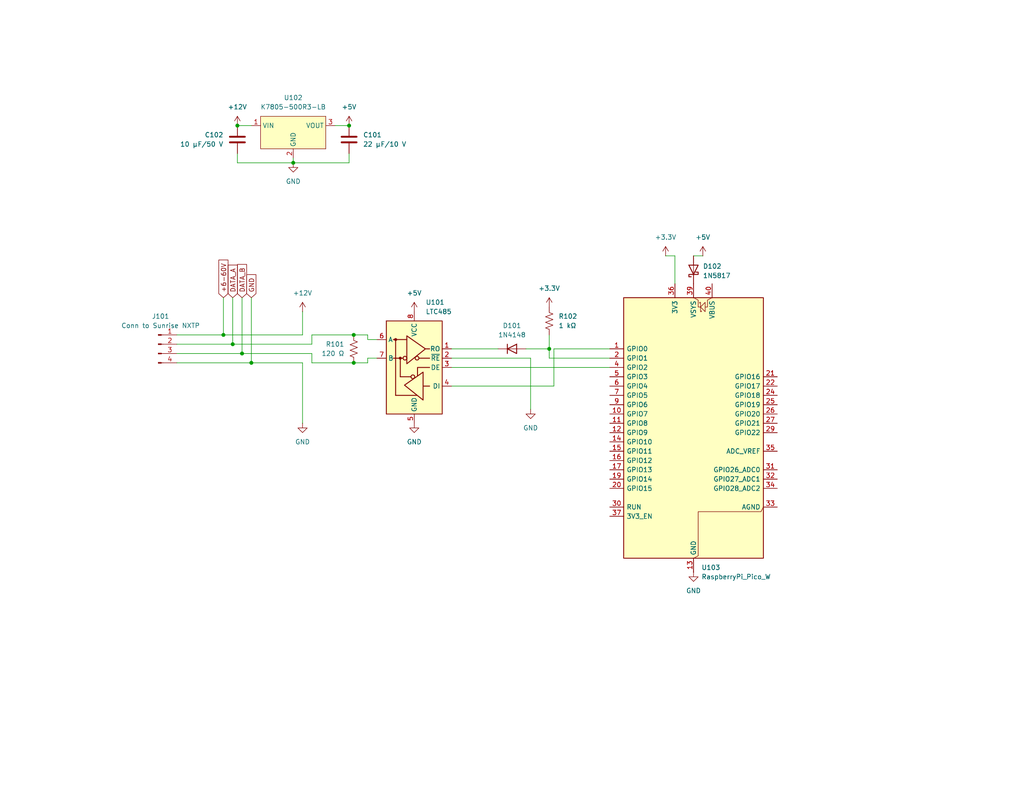
<source format=kicad_sch>
(kicad_sch (version 20250114) (generator "eeschema") (generator_version "9.0")
  (paper "USLetter")
  (title_block (title "TRT-HW05B Basic Sunrise NXTP controller") (date "2025-08-14") (comment 1 "For prototype use only"))
  (lib_symbols
    (symbol "Connector:Conn_01x04_Pin" (pin_names (offset 1.016) (hide yes))
      (property "Reference" "J" (at 0 5.08 0))
      (property "Value" "Conn_01x04_Pin" (at 0 -7.62 0))
      (symbol "Conn_01x04_Pin_1_1"
        (rectangle (start 0.8636 2.667) (end 0 2.413) (stroke (width 0.1524)) (fill (type outline)))
        (rectangle (start 0.8636 0.127) (end 0 -0.127) (stroke (width 0.1524)) (fill (type outline)))
        (rectangle (start 0.8636 -2.413) (end 0 -2.667) (stroke (width 0.1524)) (fill (type outline)))
        (rectangle (start 0.8636 -4.953) (end 0 -5.207) (stroke (width 0.1524)) (fill (type outline)))
        (polyline (pts (xy 1.27 2.54) (xy 0.8636 2.54)) (stroke (width 0.1524)))
        (polyline (pts (xy 1.27 0) (xy 0.8636 0)) (stroke (width 0.1524)))
        (polyline (pts (xy 1.27 -2.54) (xy 0.8636 -2.54)) (stroke (width 0.1524)))
        (polyline (pts (xy 1.27 -5.08) (xy 0.8636 -5.08)) (stroke (width 0.1524)))
        (pin passive line (at 5.08 2.54 180) (length 3.81) (name "Pin_1") (number "1"))
        (pin passive line (at 5.08 0 180) (length 3.81) (name "Pin_2") (number "2"))
        (pin passive line (at 5.08 -2.54 180) (length 3.81) (name "Pin_3") (number "3"))
        (pin passive line (at 5.08 -5.08 180) (length 3.81) (name "Pin_4") (number "4"))
      )
    )
    (symbol "Device:C" (pin_numbers (hide yes)) (pin_names (offset 0.254))
      (property "Reference" "C" (at 0.635 2.54 0))
      (property "Value" "C" (at 0.635 -2.54 0))
      (symbol "C_0_1"
        (polyline (pts (xy -2.032 0.762) (xy 2.032 0.762)) (stroke (width 0.508)))
        (polyline (pts (xy -2.032 -0.762) (xy 2.032 -0.762)) (stroke (width 0.508)))
      )
      (symbol "C_1_1"
        (pin passive line (at 0 3.81 270) (length 2.794) (name "~") (number "1"))
        (pin passive line (at 0 -3.81 90) (length 2.794) (name "~") (number "2"))
      )
    )
    (symbol "Device:R_US" (pin_numbers (hide yes)) (pin_names (offset 0))
      (property "Reference" "R" (at 2.54 0 90))
      (property "Value" "R_US" (at -2.54 0 90))
      (symbol "R_US_0_1"
        (polyline (pts (xy 0 2.286) (xy 0 2.54)))
        (polyline (pts (xy 0 2.286) (xy 1.016 1.905) (xy 0 1.524) (xy -1.016 1.143) (xy 0 0.762)))
        (polyline (pts (xy 0 0.762) (xy 1.016 0.381) (xy 0 0) (xy -1.016 -0.381) (xy 0 -0.762)))
        (polyline (pts (xy 0 -0.762) (xy 1.016 -1.143) (xy 0 -1.524) (xy -1.016 -1.905) (xy 0 -2.286)))
        (polyline (pts (xy 0 -2.286) (xy 0 -2.54)))
      )
      (symbol "R_US_1_1"
        (pin passive line (at 0 3.81 270) (length 1.27) (name "~") (number "1"))
        (pin passive line (at 0 -3.81 90) (length 1.27) (name "~") (number "2"))
      )
    )
    (symbol "Diode:1N4148" (pin_numbers (hide yes)) (pin_names (hide yes))
      (property "Reference" "D" (at 0 2.54 0))
      (property "Value" "1N4148" (at 0 -2.54 0))
      (symbol "1N4148_0_1"
        (polyline (pts (xy -1.27 1.27) (xy -1.27 -1.27)) (stroke (width 0.254)))
        (polyline (pts (xy 1.27 1.27) (xy 1.27 -1.27) (xy -1.27 0) (xy 1.27 1.27)) (stroke (width 0.254)))
        (polyline (pts (xy 1.27 0) (xy -1.27 0)))
      )
      (symbol "1N4148_1_1"
        (pin passive line (at -3.81 0 0) (length 2.54) (name "K") (number "1"))
        (pin passive line (at 3.81 0 180) (length 2.54) (name "A") (number "2"))
      )
    )
    (symbol "Diode:1N5817" (pin_numbers (hide yes)) (pin_names (offset 1.016) (hide yes))
      (property "Reference" "D" (at 0 2.54 0))
      (property "Value" "1N5817" (at 0 -2.54 0))
      (symbol "1N5817_0_1"
        (polyline (pts (xy -1.905 0.635) (xy -1.905 1.27) (xy -1.27 1.27) (xy -1.27 -1.27) (xy -0.635 -1.27) (xy -0.635 -0.635)) (stroke (width 0.254)))
        (polyline (pts (xy 1.27 1.27) (xy 1.27 -1.27) (xy -1.27 0) (xy 1.27 1.27)) (stroke (width 0.254)))
        (polyline (pts (xy 1.27 0) (xy -1.27 0)))
      )
      (symbol "1N5817_1_1"
        (pin passive line (at -3.81 0 0) (length 2.54) (name "K") (number "1"))
        (pin passive line (at 3.81 0 180) (length 2.54) (name "A") (number "2"))
      )
    )
    (symbol "Interface_UART:MAX485E"
      (property "Reference" "U" (at -6.985 13.97 0))
      (property "Value" "MAX485E" (at 1.905 13.97 0))
      (symbol "MAX485E_0_1"
        (rectangle (start -7.62 12.7) (end 7.62 -12.7) (stroke (width 0.254)) (fill (type background)))
        (polyline (pts (xy -4.191 2.54) (xy -1.27 2.54)) (stroke (width 0.254)))
        (polyline (pts (xy -4.191 0) (xy -0.889 0) (xy -0.889 -2.286)) (stroke (width 0.254)))
        (polyline (pts (xy -3.175 5.08) (xy -4.191 5.08) (xy -4.064 5.08)) (stroke (width 0.254)))
        (polyline (pts (xy -2.54 -5.08) (xy -4.191 -5.08)) (stroke (width 0.254)))
        (polyline (pts (xy -2.413 -5.08) (xy -2.413 -1.27) (xy 2.667 -4.826) (xy -2.413 -8.89) (xy -2.413 -5.08)) (stroke (width 0.254)))
        (polyline (pts (xy -0.635 -7.62) (xy 5.08 -7.62)) (stroke (width 0.254)))
        (circle (center 0.381 -2.54) (radius 0.508) (stroke (width 0.254)))
        (polyline (pts (xy 0.889 -2.54) (xy 3.81 -2.54)) (stroke (width 0.254)))
        (polyline (pts (xy 2.032 7.62) (xy 5.715 7.62)) (stroke (width 0.254)))
        (polyline (pts (xy 3.048 2.54) (xy 5.715 2.54)) (stroke (width 0.254)))
        (circle (center 3.81 2.54) (radius 0.2794) (stroke (width 0.254)) (fill (type outline)))
        (polyline (pts (xy 3.81 -2.54) (xy 3.81 2.54)) (stroke (width 0.254)))
        (polyline (pts (xy 5.08 -7.62) (xy 5.08 7.62)) (stroke (width 0.254)))
      )
      (symbol "MAX485E_1_1"
        (circle (center -0.762 2.54) (radius 0.508) (stroke (width 0.254)))
        (polyline (pts (xy 2.032 4.826) (xy 2.032 8.636) (xy -3.048 5.08) (xy 2.032 1.016) (xy 2.032 4.826)) (stroke (width 0.254)))
        (circle (center 2.54 2.54) (radius 0.508) (stroke (width 0.254)))
        (circle (center 5.08 7.62) (radius 0.2794) (stroke (width 0.254)) (fill (type outline)))
        (pin output line (at -10.16 5.08 0) (length 2.54) (name "RO") (number "1"))
        (pin input line (at -10.16 2.54 0) (length 2.54) (name "~{RE}") (number "2"))
        (pin input line (at -10.16 0 0) (length 2.54) (name "DE") (number "3"))
        (pin input line (at -10.16 -5.08 0) (length 2.54) (name "DI") (number "4"))
        (pin power_in line (at 0 15.24 270) (length 2.54) (name "VCC") (number "8"))
        (pin power_in line (at 0 -15.24 90) (length 2.54) (name "GND") (number "5"))
        (pin bidirectional line (at 10.16 7.62 180) (length 2.54) (name "A") (number "6"))
        (pin bidirectional line (at 10.16 2.54 180) (length 2.54) (name "B") (number "7"))
      )
    )
    (symbol "Miscellaneous:K7805-500R3-LB"
      (property "Reference" "U" (at 0 0 0))
      (property "Value" "K7805-500R3-LB" (at 7.112 2.794 0))
      (symbol "K7805-500R3-LB_1_1"
        (rectangle (start -1.27 -1.27) (end 16.51 -10.16) (fill (type background)))
        (pin power_in line (at -3.81 -3.81 0) (length 2.54) (name "VIN") (number "1"))
        (pin power_in line (at 7.62 -12.7 90) (length 2.54) (name "GND") (number "2"))
        (pin power_in line (at 19.05 -3.81 180) (length 2.54) (name "VOUT") (number "3"))
      )
    )
    (symbol "Miscellaneous:RaspberryPi_Pico_W" (pin_names (offset 0.762))
      (property "Reference" "U102" (at 2.1941 -36.83 0))
      (property "Value" "RaspberryPi_Pico_W" (at 2.1941 -39.37 0))
      (symbol "RaspberryPi_Pico_W_0_1"
        (rectangle (start -19.05 36.83) (end 19.05 -34.29) (stroke (width 0.254)) (fill (type background)))
        (polyline (pts (xy 0 36.83) (xy 1.27 36.195) (xy 1.27 34.29) (xy 1.905 34.29)))
        (polyline (pts (xy 0 -34.29) (xy 1.27 -33.655) (xy 1.27 -21.59) (xy 18.415 -21.59) (xy 19.05 -20.32)))
        (polyline (pts (xy 1.651 35.306) (xy 1.651 35.56) (xy 1.905 35.56) (xy 1.905 33.02) (xy 2.159 33.02) (xy 2.159 33.274)))
        (polyline (pts (xy 1.905 34.29) (xy 3.175 35.56) (xy 3.175 33.02) (xy 1.905 34.29)))
        (polyline (pts (xy 5.08 36.83) (xy 3.81 36.195) (xy 3.81 34.29) (xy 3.175 34.29)))
      )
      (symbol "RaspberryPi_Pico_W_1_1"
        (pin bidirectional line (at -22.86 22.86 0) (length 3.81) (name "GPIO0") (number "1"))
        (pin bidirectional line (at -22.86 20.32 0) (length 3.81) (name "GPIO1") (number "2"))
        (pin bidirectional line (at -22.86 17.78 0) (length 3.81) (name "GPIO2") (number "4"))
        (pin bidirectional line (at -22.86 15.24 0) (length 3.81) (name "GPIO3") (number "5"))
        (pin bidirectional line (at -22.86 12.7 0) (length 3.81) (name "GPIO4") (number "6"))
        (pin bidirectional line (at -22.86 10.16 0) (length 3.81) (name "GPIO5") (number "7"))
        (pin bidirectional line (at -22.86 7.62 0) (length 3.81) (name "GPIO6") (number "9"))
        (pin bidirectional line (at -22.86 5.08 0) (length 3.81) (name "GPIO7") (number "10"))
        (pin bidirectional line (at -22.86 2.54 0) (length 3.81) (name "GPIO8") (number "11"))
        (pin bidirectional line (at -22.86 0 0) (length 3.81) (name "GPIO9") (number "12"))
        (pin bidirectional line (at -22.86 -2.54 0) (length 3.81) (name "GPIO10") (number "14"))
        (pin bidirectional line (at -22.86 -5.08 0) (length 3.81) (name "GPIO11") (number "15"))
        (pin bidirectional line (at -22.86 -7.62 0) (length 3.81) (name "GPIO12") (number "16"))
        (pin bidirectional line (at -22.86 -10.16 0) (length 3.81) (name "GPIO13") (number "17"))
        (pin bidirectional line (at -22.86 -12.7 0) (length 3.81) (name "GPIO14") (number "19"))
        (pin bidirectional line (at -22.86 -15.24 0) (length 3.81) (name "GPIO15") (number "20"))
        (pin input line (at -22.86 -20.32 0) (length 3.81) (name "RUN") (number "30"))
        (pin input line (at -22.86 -22.86 0) (length 3.81) (name "3V3_EN") (number "37"))
        (pin power_out line (at -5.08 40.64 270) (length 3.81) (name "3V3") (number "36"))
        (pin power_in line (at 0 40.64 270) (length 3.81) (name "VSYS") (number "39"))
        (pin power_out line (at 0 -38.1 90) (length 3.81) (name "GND") (number "13"))
        (pin passive line (at 0 -38.1 90) (length 3.81) (hide yes) (name "GND") (number "18"))
        (pin passive line (at 0 -38.1 90) (length 3.81) (hide yes) (name "GND") (number "23"))
        (pin passive line (at 0 -38.1 90) (length 3.81) (hide yes) (name "GND") (number "28"))
        (pin passive line (at 0 -38.1 90) (length 3.81) (hide yes) (name "GND") (number "3"))
        (pin passive line (at 0 -38.1 90) (length 3.81) (hide yes) (name "GND") (number "38"))
        (pin passive line (at 0 -38.1 90) (length 3.81) (hide yes) (name "GND") (number "8"))
        (pin power_out line (at 5.08 40.64 270) (length 3.81) (name "VBUS") (number "40"))
        (pin bidirectional line (at 22.86 15.24 180) (length 3.81) (name "GPIO16") (number "21"))
        (pin bidirectional line (at 22.86 12.7 180) (length 3.81) (name "GPIO17") (number "22"))
        (pin bidirectional line (at 22.86 10.16 180) (length 3.81) (name "GPIO18") (number "24"))
        (pin bidirectional line (at 22.86 7.62 180) (length 3.81) (name "GPIO19") (number "25"))
        (pin bidirectional line (at 22.86 5.08 180) (length 3.81) (name "GPIO20") (number "26"))
        (pin bidirectional line (at 22.86 2.54 180) (length 3.81) (name "GPIO21") (number "27"))
        (pin bidirectional line (at 22.86 0 180) (length 3.81) (name "GPIO22") (number "29"))
        (pin power_in line (at 22.86 -5.08 180) (length 3.81) (name "ADC_VREF") (number "35"))
        (pin bidirectional line (at 22.86 -10.16 180) (length 3.81) (name "GPIO26_ADC0") (number "31"))
        (pin bidirectional line (at 22.86 -12.7 180) (length 3.81) (name "GPIO27_ADC1") (number "32"))
        (pin bidirectional line (at 22.86 -15.24 180) (length 3.81) (name "GPIO28_ADC2") (number "34"))
        (pin power_in line (at 22.86 -20.32 180) (length 3.81) (name "AGND") (number "33"))
      )
    )
    (symbol "power:+12V" (power) (pin_numbers (hide yes)) (pin_names (offset 0) (hide yes))
      (property "Value" "+12V" (at 0 3.556 0))
      (symbol "+12V_0_1"
        (polyline (pts (xy -0.762 1.27) (xy 0 2.54)))
        (polyline (pts (xy 0 2.54) (xy 0.762 1.27)))
        (polyline (pts (xy 0 0) (xy 0 2.54)))
      )
      (symbol "+12V_1_1"
        (pin power_in line (at 0 0 90) (length 0) (name "~") (number "1"))
      )
    )
    (symbol "power:+3.3V" (power) (pin_numbers (hide yes)) (pin_names (offset 0) (hide yes))
      (property "Value" "+3.3V" (at 0 3.556 0))
      (symbol "+3.3V_0_1"
        (polyline (pts (xy -0.762 1.27) (xy 0 2.54)))
        (polyline (pts (xy 0 2.54) (xy 0.762 1.27)))
        (polyline (pts (xy 0 0) (xy 0 2.54)))
      )
      (symbol "+3.3V_1_1"
        (pin power_in line (at 0 0 90) (length 0) (name "~") (number "1"))
      )
    )
    (symbol "power:+5V" (power) (pin_numbers (hide yes)) (pin_names (offset 0) (hide yes))
      (property "Value" "+5V" (at 0 3.556 0))
      (symbol "+5V_0_1"
        (polyline (pts (xy -0.762 1.27) (xy 0 2.54)))
        (polyline (pts (xy 0 2.54) (xy 0.762 1.27)))
        (polyline (pts (xy 0 0) (xy 0 2.54)))
      )
      (symbol "+5V_1_1"
        (pin power_in line (at 0 0 90) (length 0) (name "~") (number "1"))
      )
    )
    (symbol "power:GND" (power) (pin_numbers (hide yes)) (pin_names (offset 0) (hide yes))
      (property "Value" "GND" (at 0 -3.81 0))
      (symbol "GND_0_1"
        (polyline (pts (xy 0 0) (xy 0 -1.27) (xy 1.27 -1.27) (xy 0 -2.54) (xy -1.27 -1.27) (xy 0 -1.27)))
      )
      (symbol "GND_1_1"
        (pin power_in line (at 0 0 270) (length 0) (name "~") (number "1"))
      )
    )
  )
  (junction (at 64.77 34.29))
  (junction (at 63.5 93.98))
  (junction (at 96.52 91.44))
  (junction (at 60.96 91.44))
  (junction (at 149.86 95.25))
  (junction (at 68.58 99.06))
  (junction (at 95.25 34.29))
  (junction (at 66.04 96.52))
  (junction (at 96.52 99.06))
  (junction (at 80.01 44.45))
  (wire (pts (xy 63.5 93.98) (xy 48.26 93.98)))
  (wire (pts (xy 191.77 69.85) (xy 189.23 69.85)))
  (wire (pts (xy 68.58 81.28) (xy 68.58 99.06)))
  (wire (pts (xy 66.04 96.52) (xy 85.09 96.52)))
  (wire (pts (xy 151.13 105.41) (xy 151.13 95.25)))
  (wire (pts (xy 85.09 91.44) (xy 85.09 93.98)))
  (wire (pts (xy 82.55 115.57) (xy 82.55 99.06)))
  (wire (pts (xy 68.58 99.06) (xy 82.55 99.06)))
  (wire (pts (xy 102.87 92.71) (xy 100.33 92.71)))
  (wire (pts (xy 82.55 85.09) (xy 82.55 91.44)))
  (wire (pts (xy 60.96 81.28) (xy 60.96 91.44)))
  (wire (pts (xy 68.58 99.06) (xy 48.26 99.06)))
  (wire (pts (xy 95.25 44.45) (xy 95.25 41.91)))
  (wire (pts (xy 66.04 81.28) (xy 66.04 96.52)))
  (wire (pts (xy 149.86 95.25) (xy 149.86 97.79)))
  (wire (pts (xy 100.33 92.71) (xy 100.33 91.44)))
  (wire (pts (xy 123.19 97.79) (xy 144.78 97.79)))
  (wire (pts (xy 123.19 95.25) (xy 135.89 95.25)))
  (wire (pts (xy 151.13 95.25) (xy 166.37 95.25)))
  (wire (pts (xy 48.26 96.52) (xy 66.04 96.52)))
  (wire (pts (xy 144.78 97.79) (xy 144.78 111.76)))
  (wire (pts (xy 100.33 99.06) (xy 100.33 97.79)))
  (wire (pts (xy 96.52 99.06) (xy 100.33 99.06)))
  (wire (pts (xy 181.61 69.85) (xy 184.15 69.85)))
  (wire (pts (xy 85.09 99.06) (xy 96.52 99.06)))
  (wire (pts (xy 100.33 97.79) (xy 102.87 97.79)))
  (wire (pts (xy 64.77 44.45) (xy 80.01 44.45)))
  (wire (pts (xy 95.25 34.29) (xy 91.44 34.29)))
  (wire (pts (xy 80.01 44.45) (xy 95.25 44.45)))
  (wire (pts (xy 96.52 91.44) (xy 85.09 91.44)))
  (wire (pts (xy 68.58 34.29) (xy 64.77 34.29)))
  (wire (pts (xy 64.77 41.91) (xy 64.77 44.45)))
  (wire (pts (xy 123.19 100.33) (xy 166.37 100.33)))
  (wire (pts (xy 85.09 96.52) (xy 85.09 99.06)))
  (wire (pts (xy 63.5 81.28) (xy 63.5 93.98)))
  (wire (pts (xy 149.86 91.44) (xy 149.86 95.25)))
  (wire (pts (xy 85.09 93.98) (xy 63.5 93.98)))
  (wire (pts (xy 143.51 95.25) (xy 149.86 95.25)))
  (wire (pts (xy 80.01 44.45) (xy 80.01 43.18)))
  (wire (pts (xy 60.96 91.44) (xy 48.26 91.44)))
  (wire (pts (xy 149.86 97.79) (xy 166.37 97.79)))
  (wire (pts (xy 100.33 91.44) (xy 96.52 91.44)))
  (wire (pts (xy 123.19 105.41) (xy 151.13 105.41)))
  (wire (pts (xy 184.15 69.85) (xy 184.15 77.47)))
  (wire (pts (xy 82.55 91.44) (xy 60.96 91.44)))
  (global_label "DATA_A" (shape input) (at 63.5 81.28 90) (property "Intersheetrefs" "${INTERSHEET_REFS}" (effects (hide yes))))
  (global_label "DATA_B" (shape input) (at 66.04 81.28 90) (property "Intersheetrefs" "${INTERSHEET_REFS}" (effects (hide yes))))
  (global_label "+6-60V" (shape input) (at 60.96 81.28 90) (property "Intersheetrefs" "${INTERSHEET_REFS}" (effects (hide yes))))
  (global_label "GND" (shape input) (at 68.58 81.28 90) (property "Intersheetrefs" "${INTERSHEET_REFS}" (effects (hide yes))))
  (symbol (lib_id "Device:C") (at 95.25 38.1 0) (mirror y) (unit 1)
    (property "Reference" "C101" (at 99.06 36.8299 0) (effects (justify right)))
    (property "Value" "22 µF/10 V" (at 99.06 39.3699 0) (effects (justify right)))
    (property "Description" "Unpolarized capacitor" (effects (hide yes)))
  )
  (symbol (lib_id "Diode:1N5817") (at 189.23 73.66 90) (unit 1)
    (property "Reference" "D102" (at 191.77 72.7074 90) (effects (justify right)))
    (property "Value" "1N5817" (at 191.77 75.2474 90) (effects (justify right)))
    (property "Footprint" "Diode_THT:D_DO-41_SOD81_P10.16mm_Horizontal" (effects (hide yes)))
    (property "Datasheet" "http://www.vishay.com/docs/88525/1n5817.pdf" (effects (hide yes)))
    (property "Description" "20V 1A Schottky Barrier Rectifier Diode, DO-41" (effects (hide yes)))
  )
  (symbol (lib_id "Miscellaneous:RaspberryPi_Pico_W") (at 189.23 118.11 0) (unit 1)
    (property "Reference" "U103" (at 191.3733 154.94 0) (effects (justify left)))
    (property "Value" "RaspberryPi_Pico_W" (at 191.3733 157.48 0) (effects (justify left)))
    (property "Footprint" "Module_RaspberryPi_Pico:RaspberryPi_Pico_Common" (effects (hide yes)))
    (property "Datasheet" "https://datasheets.raspberrypi.com/picow/pico-w-datasheet.pdf" (effects (hide yes)))
  )
  (symbol (lib_id "Device:C") (at 64.77 38.1 0) (mirror y) (unit 1)
    (property "Reference" "C102" (at 60.96 36.83 0) (effects (justify left)))
    (property "Value" "10 µF/50 V" (at 60.96 39.37 0) (effects (justify left)))
    (property "Description" "Unpolarized capacitor" (effects (hide yes)))
  )
  (symbol (lib_id "power:+3.3V") (at 149.86 83.82 0) (unit 1)
    (property "Reference" "#PWR0108" (effects (hide yes)))
    (property "Value" "+3.3V" (at 149.86 78.74 0))
    (property "Description" "Power symbol creates a global label with name \"+3.3V\"" (effects (hide yes)))
  )
  (symbol (lib_id "power:+12V") (at 64.77 34.29 0) (unit 1)
    (property "Reference" "#PWR0105" (effects (hide yes)))
    (property "Value" "+12V" (at 64.77 29.21 0))
    (property "Description" "Power symbol creates a global label with name \"+12V\"" (effects (hide yes)))
  )
  (symbol (lib_id "power:GND") (at 80.01 44.45 0) (unit 1)
    (property "Reference" "#PWR0106" (effects (hide yes)))
    (property "Value" "GND" (at 80.01 49.53 0))
    (property "Description" "Power symbol creates a global label with name \"GND\" , ground" (effects (hide yes)))
  )
  (symbol (lib_id "power:GND") (at 82.55 115.57 0) (unit 1)
    (property "Reference" "#PWR0102" (effects (hide yes)))
    (property "Value" "GND" (at 82.55 120.65 0))
    (property "Description" "Power symbol creates a global label with name \"GND\" , ground" (effects (hide yes)))
  )
  (symbol (lib_id "power:+5V") (at 113.03 85.09 0) (unit 1)
    (property "Reference" "#PWR0103" (effects (hide yes)))
    (property "Value" "+5V" (at 113.03 80.01 0))
    (property "Description" "Power symbol creates a global label with name \"+5V\"" (effects (hide yes)))
  )
  (symbol (lib_id "power:GND") (at 113.03 115.57 0) (unit 1)
    (property "Reference" "#PWR0104" (effects (hide yes)))
    (property "Value" "GND" (at 113.03 120.65 0))
    (property "Description" "Power symbol creates a global label with name \"GND\" , ground" (effects (hide yes)))
  )
  (symbol (lib_id "Connector:Conn_01x04_Pin") (at 43.18 93.98 0) (unit 1)
    (property "Reference" "J101" (at 43.815 86.36 0))
    (property "Value" "Conn to Sunrise NXTP" (at 43.815 88.9 0))
    (property "Description" "Generic connector, single row, 01x04, script generated" (effects (hide yes)))
  )
  (symbol (lib_id "Device:R_US") (at 96.52 95.25 0) (unit 1)
    (property "Reference" "R101" (at 93.98 93.9799 0) (effects (justify right)))
    (property "Value" "120 Ω" (at 93.98 96.5199 0) (effects (justify right)))
    (property "Description" "Resistor, US symbol" (effects (hide yes)))
  )
  (symbol (lib_id "power:GND") (at 144.78 111.76 0) (unit 1)
    (property "Reference" "#PWR0107" (effects (hide yes)))
    (property "Value" "GND" (at 144.78 116.84 0))
    (property "Description" "Power symbol creates a global label with name \"GND\" , ground" (effects (hide yes)))
  )
  (symbol (lib_id "Diode:1N4148") (at 139.7 95.25 0) (unit 1)
    (property "Reference" "D101" (at 139.7 88.9 0))
    (property "Value" "1N4148" (at 139.7 91.44 0))
    (property "Footprint" "Diode_THT:D_DO-35_SOD27_P7.62mm_Horizontal" (effects (hide yes)))
    (property "Datasheet" "https://assets.nexperia.com/documents/data-sheet/1N4148_1N4448.pdf" (effects (hide yes)))
    (property "Description" "100V 0.15A standard switching diode, DO-35" (effects (hide yes)))
    (property "Sim.Device" "D" (effects (hide yes)))
    (property "Sim.Pins" "1=K 2=A" (effects (hide yes)))
  )
  (symbol (lib_id "Device:R_US") (at 149.86 87.63 0) (unit 1)
    (property "Reference" "R102" (at 152.4 86.3599 0) (effects (justify left)))
    (property "Value" "1 kΩ" (at 152.4 88.8999 0) (effects (justify left)))
    (property "Description" "Resistor, US symbol" (effects (hide yes)))
  )
  (symbol (lib_id "Miscellaneous:K7805-500R3-LB") (at 72.39 30.48 0) (unit 1)
    (property "Reference" "U102" (at 80.01 26.67 0))
    (property "Value" "K7805-500R3-LB" (at 80.01 29.21 0))
    (property "Footprint" "Converter_DCDC:Converter_DCDC_RECOM_R-78B-2.0_THT" (effects (hide yes)))
    (property "Datasheet" "https://www.mornsun-power.com/public/uploads/pdf/K78xx-500R3-LB.pdf" (effects (hide yes)))
    (property "Description" "6.5-36 VDC to 5 VDC @ 500 mA buck converter module" (effects (hide yes)))
  )
  (symbol (lib_id "power:GND") (at 189.23 156.21 0) (unit 1)
    (property "Reference" "#PWR0112" (effects (hide yes)))
    (property "Value" "GND" (at 189.23 161.29 0))
    (property "Description" "Power symbol creates a global label with name \"GND\" , ground" (effects (hide yes)))
  )
  (symbol (lib_id "power:+12V") (at 82.55 85.09 0) (unit 1)
    (property "Reference" "#PWR0101" (effects (hide yes)))
    (property "Value" "+12V" (at 82.55 80.01 0))
    (property "Description" "Power symbol creates a global label with name \"+12V\"" (effects (hide yes)))
  )
  (symbol (lib_id "power:+5V") (at 191.77 69.85 0) (unit 1)
    (property "Reference" "#PWR0111" (effects (hide yes)))
    (property "Value" "+5V" (at 191.77 64.77 0))
    (property "Description" "Power symbol creates a global label with name \"+5V\"" (effects (hide yes)))
  )
  (symbol (lib_id "Interface_UART:MAX485E") (at 113.03 100.33 0) (mirror y) (unit 1)
    (property "Reference" "U101" (at 116.1481 82.55 0) (effects (justify right)))
    (property "Value" "LTC485" (at 116.1481 85.09 0) (effects (justify right)))
    (property "Footprint" "Package_DIP:DIP-8_W7.62mm" (effects (hide yes)))
    (property "Datasheet" "https://datasheets.maximintegrated.com/en/ds/MAX1487E-MAX491E.pdf" (effects (hide yes)))
    (property "Description" "Half duplex RS-485/RS-422, 2.5 Mbps, ±15kV electro-static discharge (ESD) protection, no slew-rate, no low-power shutdown, with receiver/driver enable, 32 receiver drive capability, DIP-8 and SOIC-8" (effects (hide yes)))
  )
  (symbol (lib_id "power:+3.3V") (at 181.61 69.85 0) (unit 1)
    (property "Reference" "#PWR0110" (effects (hide yes)))
    (property "Value" "+3.3V" (at 181.61 64.77 0))
    (property "Description" "Power symbol creates a global label with name \"+3.3V\"" (effects (hide yes)))
  )
  (symbol (lib_id "power:+5V") (at 95.25 34.29 0) (unit 1)
    (property "Reference" "#PWR0109" (effects (hide yes)))
    (property "Value" "+5V" (at 95.25 29.21 0))
    (property "Description" "Power symbol creates a global label with name \"+5V\"" (effects (hide yes)))
  )
)
</source>
